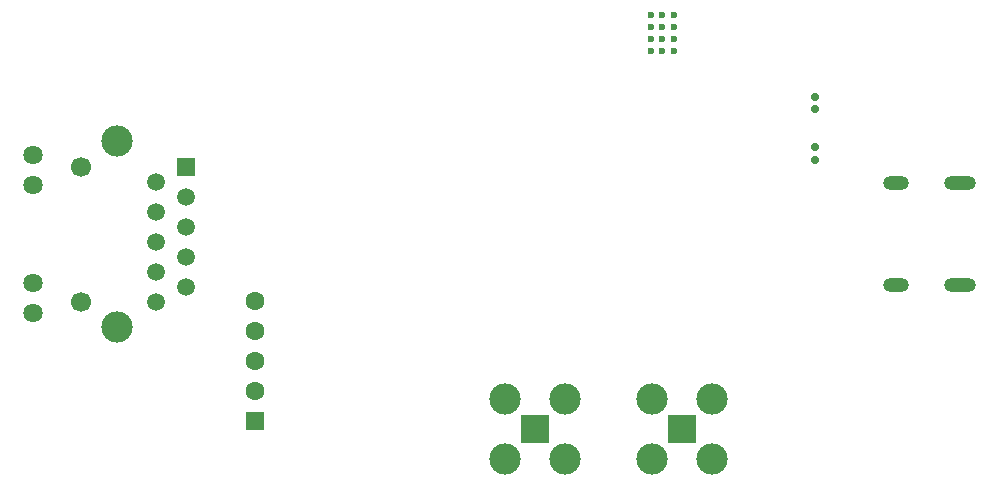
<source format=gbs>
G04*
G04 #@! TF.GenerationSoftware,Altium Limited,Altium Designer,24.4.1 (13)*
G04*
G04 Layer_Color=16711935*
%FSLAX44Y44*%
%MOMM*%
G71*
G04*
G04 #@! TF.SameCoordinates,A613BD91-DDE9-4BFC-9EAC-C4A420B0307C*
G04*
G04*
G04 #@! TF.FilePolarity,Negative*
G04*
G01*
G75*
%ADD64C,1.5000*%
%ADD71R,1.5000X1.5000*%
%ADD72C,1.6300*%
%ADD73C,2.6500*%
%ADD74C,1.7000*%
%ADD75R,2.3500X2.3500*%
%ADD76O,2.7000X1.2000*%
%ADD77O,2.2000X1.2000*%
%ADD78C,1.6000*%
%ADD79R,1.6000X1.6000*%
%ADD80C,0.1000*%
%ADD81C,0.7000*%
%ADD82C,0.6000*%
D64*
X524600Y578100D02*
D03*
X550000Y590800D02*
D03*
X524600Y654300D02*
D03*
X550000Y641600D02*
D03*
X524600Y628900D02*
D03*
X550000Y616200D02*
D03*
X524600Y603500D02*
D03*
X550000Y565400D02*
D03*
X524600Y552700D02*
D03*
D71*
X550000Y667000D02*
D03*
D72*
X420500Y676600D02*
D03*
Y651200D02*
D03*
Y568500D02*
D03*
Y543100D02*
D03*
D73*
X491600Y688350D02*
D03*
Y531350D02*
D03*
X819600Y419600D02*
D03*
X870400D02*
D03*
Y470400D02*
D03*
X819600D02*
D03*
X944600Y419600D02*
D03*
X995400D02*
D03*
Y470400D02*
D03*
X944600D02*
D03*
D74*
X461100Y667000D02*
D03*
Y552700D02*
D03*
D75*
X845000Y445000D02*
D03*
X970000D02*
D03*
D76*
X1204600Y566600D02*
D03*
Y653000D02*
D03*
D77*
X1151100Y566800D02*
D03*
Y653200D02*
D03*
D78*
X608000Y528200D02*
D03*
Y553600D02*
D03*
Y502800D02*
D03*
Y477400D02*
D03*
D79*
Y452000D02*
D03*
D80*
X550000Y435000D02*
D03*
Y785000D02*
D03*
X1050000D02*
D03*
Y435000D02*
D03*
D81*
X1082002Y672170D02*
D03*
Y683170D02*
D03*
X1082000Y716000D02*
D03*
X1082002Y725670D02*
D03*
D82*
X953000Y795000D02*
D03*
Y785000D02*
D03*
Y775000D02*
D03*
Y765000D02*
D03*
X963000Y795000D02*
D03*
Y785000D02*
D03*
Y775000D02*
D03*
Y765000D02*
D03*
X943000Y795000D02*
D03*
Y785000D02*
D03*
Y775000D02*
D03*
Y765000D02*
D03*
M02*

</source>
